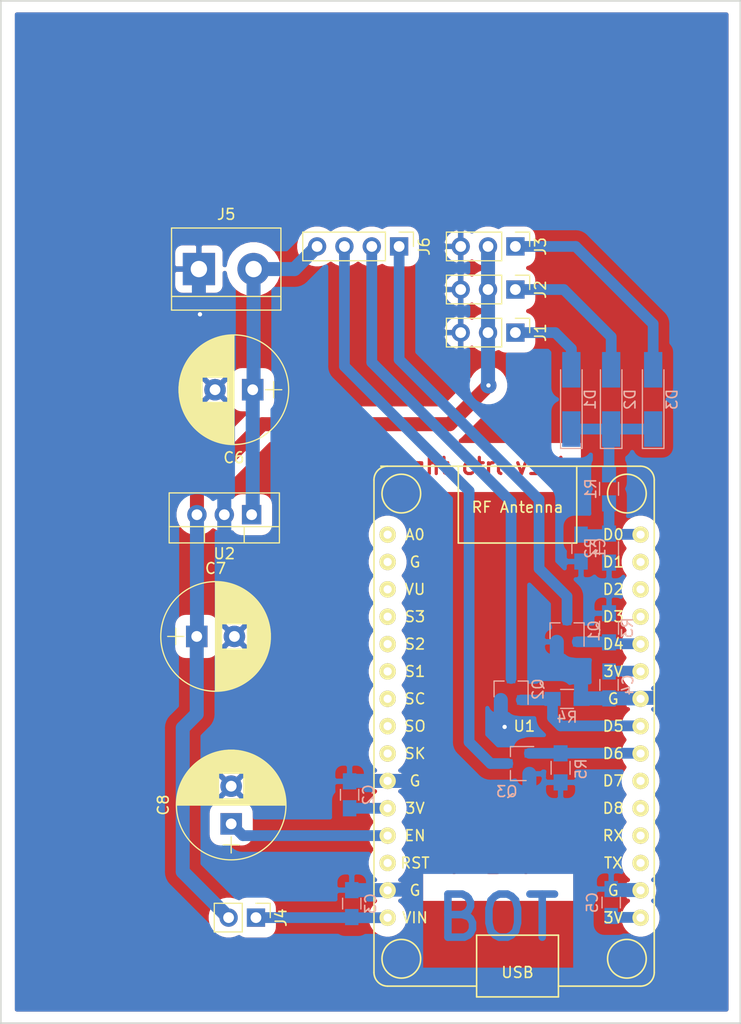
<source format=kicad_pcb>
(kicad_pcb (version 20171130) (host pcbnew "(5.1.9)-1")
  (title_block (title "LED unterm Bett - Low Light Control Module") (date 2020-12-12) (rev v1r1))
  (layers (0 Front signal) (31 Back signal) (34 B.Paste user) (35 F.Paste user) (36 B.SilkS user) (37 F.SilkS user) (38 B.Mask user) (39 F.Mask user) (44 Edge.Cuts user))
  (net 0 "")
  (net 1 GND)
  (net 2 "Net-(C1-Pad2)")
  (net 3 "Net-(C2-Pad1)")
  (net 4 "Net-(C3-Pad1)")
  (net 5 "Net-(C4-Pad2)")
  (net 6 "Net-(C5-Pad2)")
  (net 7 +12V)
  (net 8 +5V)
  (net 9 "Net-(C8-Pad1)")
  (net 10 "Net-(D1-Pad1)")
  (net 11 "Net-(D1-Pad2)")
  (net 12 "Net-(D2-Pad2)")
  (net 13 "Net-(D3-Pad2)")
  (net 14 "Net-(J6-Pad2)")
  (net 15 "Net-(J6-Pad3)")
  (net 16 "Net-(Q1-Pad1)")
  (net 17 "Net-(Q2-Pad1)")
  (net 18 "Net-(Q3-Pad1)")
  (net 19 "Net-(J6-Pad1)")
  (module Diodes_SMD:D_MiniMELF_Handsoldering (layer Back) (at 166.7 78.7 90)
    (fp_text reference D3 (at 0 1.75 90) (layer B.SilkS) (effects (justify mirror)))
    (fp_text value D)
    (pad 1 smd rect (at -2.75 0 90) (size 3.3 1.7) (layers Back B.Paste B.Mask) (net 10 "Net-(D1-Pad1)"))
    (pad 2 smd rect (at 2.75 0 90) (size 3.3 1.7) (layers Back B.Paste B.Mask) (net 13 "Net-(D3-Pad2)"))
  )
  (module Diodes_SMD:D_MiniMELF_Handsoldering (layer Back) (at 162.8 78.7 90)
    (fp_text reference D2 (at 0 1.75 90) (layer B.SilkS) (effects (justify mirror)))
    (fp_text value D)
    (pad 1 smd rect (at -2.75 0 90) (size 3.3 1.7) (layers Back B.Paste B.Mask) (net 10 "Net-(D1-Pad1)"))
    (pad 2 smd rect (at 2.75 0 90) (size 3.3 1.7) (layers Back B.Paste B.Mask) (net 12 "Net-(D2-Pad2)"))
  )
  (module Diodes_SMD:D_MiniMELF_Handsoldering (layer Back) (at 159.1 78.7 90)
    (fp_text reference D1 (at 0 1.75 90) (layer B.SilkS) (effects (justify mirror)))
    (fp_text value D)
    (pad 1 smd rect (at -2.75 0 90) (size 3.3 1.7) (layers Back B.Paste B.Mask) (net 10 "Net-(D1-Pad1)"))
    (pad 2 smd rect (at 2.75 0 90) (size 3.3 1.7) (layers Back B.Paste B.Mask) (net 11 "Net-(D1-Pad2)"))
  )
  (module Capacitors_SMD:C_0805_HandSoldering (layer Back) (at 160 92.5 90)
    (fp_text reference C1 (at 0 1.75 90) (layer B.SilkS) (effects (justify mirror)))
    (fp_text value 100n)
    (pad 1 smd rect (at -1.25 0 90) (size 1.5 1.25) (layers Back B.Paste B.Mask) (net 1 GND))
    (pad 2 smd rect (at 1.25 0 90) (size 1.5 1.25) (layers Back B.Paste B.Mask) (net 2 "Net-(C1-Pad2)"))
  )
  (module Capacitors_SMD:C_0805_HandSoldering (layer Back) (at 138.5 115.4 90)
    (fp_text reference C2 (at 0 1.75 90) (layer B.SilkS) (effects (justify mirror)))
    (fp_text value 100n)
    (pad 1 smd rect (at -1.25 0 90) (size 1.5 1.25) (layers Back B.Paste B.Mask) (net 3 "Net-(C2-Pad1)"))
    (pad 2 smd rect (at 1.25 0 90) (size 1.5 1.25) (layers Back B.Paste B.Mask) (net 1 GND))
  )
  (module Capacitors_SMD:C_0805_HandSoldering (layer Back) (at 138.7 125.5 90)
    (fp_text reference C3 (at 0 1.75 90) (layer B.SilkS) (effects (justify mirror)))
    (fp_text value 100n)
    (pad 1 smd rect (at -1.25 0 90) (size 1.5 1.25) (layers Back B.Paste B.Mask) (net 4 "Net-(C3-Pad1)"))
    (pad 2 smd rect (at 1.25 0 90) (size 1.5 1.25) (layers Back B.Paste B.Mask) (net 1 GND))
  )
  (module Capacitors_SMD:C_0805_HandSoldering (layer Back) (at 162.6 105.2 90)
    (fp_text reference C4 (at 0 1.75 90) (layer B.SilkS) (effects (justify mirror)))
    (fp_text value 100n)
    (pad 1 smd rect (at -1.25 0 90) (size 1.5 1.25) (layers Back B.Paste B.Mask) (net 1 GND))
    (pad 2 smd rect (at 1.25 0 90) (size 1.5 1.25) (layers Back B.Paste B.Mask) (net 5 "Net-(C4-Pad2)"))
  )
  (module Capacitors_SMD:C_0805_HandSoldering (layer Back) (at 162.8 125.4 270)
    (fp_text reference C5 (at 0 1.75 270) (layer B.SilkS) (effects (justify mirror)))
    (fp_text value 100n)
    (pad 1 smd rect (at -1.25 0 270) (size 1.5 1.25) (layers Back B.Paste B.Mask) (net 1 GND))
    (pad 2 smd rect (at 1.25 0 270) (size 1.5 1.25) (layers Back B.Paste B.Mask) (net 6 "Net-(C5-Pad2)"))
  )
  (module Capacitors_THT:CP_Radial_D10.0mm_P3.50mm (layer Front) (at 129.5 77.8 180)
    (fp_text reference C6 (at 1.75 -6.31 180) (layer F.SilkS))
    (fp_text value 10u)
    (pad 1 thru_hole rect (at 0 0 180) (size 2 2) (drill 1) (layers *.Cu *.Mask) (net 7 +12V))
    (pad 2 thru_hole circle (at 3.5 0 180) (size 2 2) (drill 1) (layers *.Cu *.Mask) (net 1 GND))
  )
  (module Capacitors_THT:CP_Radial_D10.0mm_P3.50mm (layer Front) (at 124.3 100.7)
    (fp_text reference C7 (at 1.75 -6.31) (layer F.SilkS))
    (fp_text value 10u)
    (pad 1 thru_hole rect (at 0 0) (size 2 2) (drill 1) (layers *.Cu *.Mask) (net 8 +5V))
    (pad 2 thru_hole circle (at 3.5 0) (size 2 2) (drill 1) (layers *.Cu *.Mask) (net 1 GND))
  )
  (module Capacitors_THT:CP_Radial_D10.0mm_P3.50mm (layer Front) (at 127.5 118.1 90)
    (fp_text reference C8 (at 1.75 -6.31 90) (layer F.SilkS))
    (fp_text value 1u)
    (pad 1 thru_hole rect (at 0 0 90) (size 2 2) (drill 1) (layers *.Cu *.Mask) (net 9 "Net-(C8-Pad1)"))
    (pad 2 thru_hole circle (at 3.5 0 90) (size 2 2) (drill 1) (layers *.Cu *.Mask) (net 1 GND))
  )
  (module TerminalBlock:TerminalBlock_bornier-2_P5.08mm (layer Front) (at 124.5 66.6)
    (fp_text reference J5 (at 2.54 -5.08) (layer F.SilkS))
    (fp_text value Screw_Terminal_01x02)
    (pad 1 thru_hole rect (at 0 0) (size 3 3) (drill 1.52) (layers *.Cu *.Mask) (net 1 GND))
    (pad 2 thru_hole circle (at 5.08 0) (size 3 3) (drill 1.52) (layers *.Cu *.Mask) (net 7 +12V))
  )
  (module TO_SOT_Packages_SMD:SOT-23 (layer Back) (at 158.7 100.2 90)
    (fp_text reference Q1 (at 0 2.5 90) (layer B.SilkS) (effects (justify mirror)))
    (fp_text value BSS138)
    (pad 1 smd rect (at -1 0.95 90) (size 0.9 0.8) (layers Back B.Paste B.Mask) (net 16 "Net-(Q1-Pad1)"))
    (pad 2 smd rect (at -1 -0.95 90) (size 0.9 0.8) (layers Back B.Paste B.Mask) (net 1 GND))
    (pad 3 smd rect (at 1 0 90) (size 0.9 0.8) (layers Back B.Paste B.Mask) (net 19 "Net-(J6-Pad1)"))
  )
  (module TO_SOT_Packages_SMD:SOT-23 (layer Back) (at 153.5 105.6 90)
    (fp_text reference Q2 (at 0 2.5 90) (layer B.SilkS) (effects (justify mirror)))
    (fp_text value BSS138)
    (pad 1 smd rect (at -1 0.95 90) (size 0.9 0.8) (layers Back B.Paste B.Mask) (net 17 "Net-(Q2-Pad1)"))
    (pad 2 smd rect (at -1 -0.95 90) (size 0.9 0.8) (layers Back B.Paste B.Mask) (net 1 GND))
    (pad 3 smd rect (at 1 0 90) (size 0.9 0.8) (layers Back B.Paste B.Mask) (net 14 "Net-(J6-Pad2)"))
  )
  (module TO_SOT_Packages_SMD:SOT-23 (layer Back) (at 154.2 112.5 180)
    (fp_text reference Q3 (at 1.1 -2.6 180) (layer B.SilkS) (effects (justify mirror)))
    (fp_text value BSS138)
    (pad 1 smd rect (at -1 0.95 180) (size 0.9 0.8) (layers Back B.Paste B.Mask) (net 18 "Net-(Q3-Pad1)"))
    (pad 2 smd rect (at -1 -0.95 180) (size 0.9 0.8) (layers Back B.Paste B.Mask) (net 1 GND))
    (pad 3 smd rect (at 1 0 180) (size 0.9 0.8) (layers Back B.Paste B.Mask) (net 15 "Net-(J6-Pad3)"))
  )
  (module Resistors_SMD:R_0805_HandSoldering (layer Back) (at 162.6 87 270)
    (fp_text reference R1 (at 0 1.7 270) (layer B.SilkS) (effects (justify mirror)))
    (fp_text value 11k)
    (pad 1 smd rect (at -1.35 0 270) (size 1.5 1.3) (layers Back B.Paste B.Mask) (net 10 "Net-(D1-Pad1)"))
    (pad 2 smd rect (at 1.35 0 270) (size 1.5 1.3) (layers Back B.Paste B.Mask) (net 2 "Net-(C1-Pad2)"))
  )
  (module Resistors_SMD:R_0805_HandSoldering (layer Back) (at 162.6 92.5 270)
    (fp_text reference R2 (at 0 1.7 270) (layer B.SilkS) (effects (justify mirror)))
    (fp_text value 33k)
    (pad 1 smd rect (at -1.35 0 270) (size 1.5 1.3) (layers Back B.Paste B.Mask) (net 2 "Net-(C1-Pad2)"))
    (pad 2 smd rect (at 1.35 0 270) (size 1.5 1.3) (layers Back B.Paste B.Mask) (net 1 GND))
  )
  (module Resistors_SMD:R_0805_HandSoldering (layer Back) (at 162.6 99.9 90)
    (fp_text reference R3 (at 0 1.7 90) (layer B.SilkS) (effects (justify mirror)))
    (fp_text value 100k)
    (pad 1 smd rect (at -1.35 0 90) (size 1.5 1.3) (layers Back B.Paste B.Mask) (net 16 "Net-(Q1-Pad1)"))
    (pad 2 smd rect (at 1.35 0 90) (size 1.5 1.3) (layers Back B.Paste B.Mask) (net 1 GND))
  )
  (module Resistors_SMD:R_0805_HandSoldering (layer Back) (at 158.7 106.5)
    (fp_text reference R4 (at 0 1.7) (layer B.SilkS) (effects (justify mirror)))
    (fp_text value 100k)
    (pad 1 smd rect (at -1.35 0) (size 1.5 1.3) (layers Back B.Paste B.Mask) (net 17 "Net-(Q2-Pad1)"))
    (pad 2 smd rect (at 1.35 0) (size 1.5 1.3) (layers Back B.Paste B.Mask) (net 1 GND))
  )
  (module Resistors_SMD:R_0805_HandSoldering (layer Back) (at 158.1 112.9 270)
    (fp_text reference R5 (at 0.1 -1.9 270) (layer B.SilkS) (effects (justify mirror)))
    (fp_text value 100k)
    (pad 1 smd rect (at -1.35 0 270) (size 1.5 1.3) (layers Back B.Paste B.Mask) (net 18 "Net-(Q3-Pad1)"))
    (pad 2 smd rect (at 1.35 0 270) (size 1.5 1.3) (layers Back B.Paste B.Mask) (net 1 GND))
  )
  (module TO_SOT_Packages_THT:TO-220-3_Vertical (layer Front) (at 129.4 89.4 180)
    (fp_text reference U2 (at 2.54 -3.62 180) (layer F.SilkS))
    (fp_text value LM7805_TO220)
    (pad 1 thru_hole rect (at 0 0 180) (size 1.8 1.8) (drill 1) (layers *.Cu *.Mask) (net 7 +12V))
    (pad 2 thru_hole oval (at 2.54 0 180) (size 1.8 1.8) (drill 1) (layers *.Cu *.Mask) (net 1 GND))
    (pad 3 thru_hole oval (at 5.08 0 180) (size 1.8 1.8) (drill 1) (layers *.Cu *.Mask) (net 8 +5V))
  )
  (module Pin_Headers:Pin_Header_Straight_1x03_Pitch2.54mm (layer Front) (at 153.9 72.5 270)
    (fp_text reference J1 (at 0 -2.33 270) (layer F.SilkS))
    (fp_text value Conn_01x03)
    (pad 1 thru_hole rect (at 0 0 270) (size 1.7 1.7) (drill 1) (layers *.Cu *.Mask) (net 11 "Net-(D1-Pad2)"))
    (pad 2 thru_hole oval (at 0 2.54 270) (size 1.7 1.7) (drill 1) (layers *.Cu *.Mask) (net 8 +5V))
    (pad 3 thru_hole oval (at 0 5.08 270) (size 1.7 1.7) (drill 1) (layers *.Cu *.Mask) (net 1 GND))
  )
  (module Pin_Headers:Pin_Header_Straight_1x03_Pitch2.54mm (layer Front) (at 153.9 68.5 270)
    (fp_text reference J2 (at 0 -2.33 270) (layer F.SilkS))
    (fp_text value Conn_01x03)
    (pad 1 thru_hole rect (at 0 0 270) (size 1.7 1.7) (drill 1) (layers *.Cu *.Mask) (net 12 "Net-(D2-Pad2)"))
    (pad 2 thru_hole oval (at 0 2.54 270) (size 1.7 1.7) (drill 1) (layers *.Cu *.Mask) (net 8 +5V))
    (pad 3 thru_hole oval (at 0 5.08 270) (size 1.7 1.7) (drill 1) (layers *.Cu *.Mask) (net 1 GND))
  )
  (module Pin_Headers:Pin_Header_Straight_1x03_Pitch2.54mm (layer Front) (at 153.9 64.5 270)
    (fp_text reference J3 (at 0 -2.33 270) (layer F.SilkS))
    (fp_text value Conn_01x03)
    (pad 1 thru_hole rect (at 0 0 270) (size 1.7 1.7) (drill 1) (layers *.Cu *.Mask) (net 13 "Net-(D3-Pad2)"))
    (pad 2 thru_hole oval (at 0 2.54 270) (size 1.7 1.7) (drill 1) (layers *.Cu *.Mask) (net 8 +5V))
    (pad 3 thru_hole oval (at 0 5.08 270) (size 1.7 1.7) (drill 1) (layers *.Cu *.Mask) (net 1 GND))
  )
  (module Pin_Headers:Pin_Header_Straight_1x02_Pitch2.54mm (layer Front) (at 129.8 126.8 270)
    (fp_text reference J4 (at 0 -2.33 270) (layer F.SilkS))
    (fp_text value Conn_01x02)
    (pad 1 thru_hole rect (at 0 0 270) (size 1.7 1.7) (drill 1) (layers *.Cu *.Mask) (net 4 "Net-(C3-Pad1)"))
    (pad 2 thru_hole oval (at 0 2.54 270) (size 1.7 1.7) (drill 1) (layers *.Cu *.Mask) (net 8 +5V))
  )
  (module Pin_Headers:Pin_Header_Straight_1x04_Pitch2.54mm (layer Front) (at 143.1 64.5 270)
    (fp_text reference J6 (at 0 -2.33 270) (layer F.SilkS))
    (fp_text value Conn_01x04)
    (pad 1 thru_hole rect (at 0 0 270) (size 1.7 1.7) (drill 1) (layers *.Cu *.Mask) (net 19 "Net-(J6-Pad1)"))
    (pad 2 thru_hole oval (at 0 2.54 270) (size 1.7 1.7) (drill 1) (layers *.Cu *.Mask) (net 14 "Net-(J6-Pad2)"))
    (pad 3 thru_hole oval (at 0 5.08 270) (size 1.7 1.7) (drill 1) (layers *.Cu *.Mask) (net 15 "Net-(J6-Pad3)"))
    (pad 4 thru_hole oval (at 0 7.62 270) (size 1.7 1.7) (drill 1) (layers *.Cu *.Mask) (net 7 +12V))
  )
  (module ESP8266:ESP12F-Devkit-V3 (layer Front) (at 154.1 110.3)
    (fp_text reference U1 (at 0.635 -1.27) (layer F.SilkS))
    (fp_text value "NodeMCU1.0(ESP-12E)")
    (fp_text user USB (at 0 21.59) (layer F.SilkS))
    (fp_text user "RF Antenna" (at 0 -21.59) (layer F.SilkS))
    (fp_text user VIN (at -9.525 16.51) (layer F.SilkS))
    (fp_text user G (at -9.525 13.97) (layer F.SilkS))
    (fp_text user RST (at -9.525 11.43) (layer F.SilkS))
    (fp_text user EN (at -9.525 8.89) (layer F.SilkS))
    (fp_text user 3V (at -9.525 6.35) (layer F.SilkS))
    (fp_text user G (at -9.525 3.81) (layer F.SilkS))
    (fp_text user SK (at -9.525 1.27) (layer F.SilkS))
    (fp_text user SO (at -9.525 -1.27) (layer F.SilkS))
    (fp_text user SC (at -9.525 -3.81) (layer F.SilkS))
    (fp_text user S1 (at -9.525 -6.35) (layer F.SilkS))
    (fp_text user S2 (at -9.525 -8.89) (layer F.SilkS))
    (fp_text user S3 (at -9.525 -11.43) (layer F.SilkS))
    (fp_text user VU (at -9.525 -13.97) (layer F.SilkS))
    (fp_text user G (at -9.525 -16.51) (layer F.SilkS))
    (fp_text user A0 (at -9.525 -19.05) (layer F.SilkS))
    (fp_text user 3V (at 8.89 16.51) (layer F.SilkS))
    (fp_text user G (at 8.89 13.97) (layer F.SilkS))
    (fp_text user TX (at 8.89 11.43) (layer F.SilkS))
    (fp_text user RX (at 8.89 8.89) (layer F.SilkS))
    (fp_text user D8 (at 8.89 6.35) (layer F.SilkS))
    (fp_text user D7 (at 8.89 3.81) (layer F.SilkS))
    (fp_text user D6 (at 8.89 1.27) (layer F.SilkS))
    (fp_text user D5 (at 8.89 -1.27) (layer F.SilkS))
    (fp_text user G (at 8.89 -3.81) (layer F.SilkS))
    (fp_text user 3V (at 8.89 -6.35) (layer F.SilkS))
    (fp_text user D4 (at 8.89 -8.89) (layer F.SilkS))
    (fp_text user D3 (at 8.89 -11.43) (layer F.SilkS))
    (fp_text user D2 (at 8.89 -13.97) (layer F.SilkS))
    (fp_text user D1 (at 8.89 -16.51) (layer F.SilkS))
    (fp_text user D0 (at 8.89 -19.05) (layer F.SilkS))
    (pad 1 thru_hole circle (at -12.065 -19.05) (size 1.524 1.524) (drill 0.762) (layers *.Cu *.Mask F.SilkS))
    (pad 2 thru_hole circle (at -12.065 -16.51) (size 1.524 1.524) (drill 0.762) (layers *.Cu *.Mask F.SilkS))
    (pad 3 thru_hole circle (at -12.065 -13.97) (size 1.524 1.524) (drill 0.762) (layers *.Cu *.Mask F.SilkS))
    (pad 4 thru_hole circle (at -12.065 -11.43) (size 1.524 1.524) (drill 0.762) (layers *.Cu *.Mask F.SilkS))
    (pad 5 thru_hole circle (at -12.065 -8.89) (size 1.524 1.524) (drill 0.762) (layers *.Cu *.Mask F.SilkS))
    (pad 6 thru_hole circle (at -12.065 -6.35) (size 1.524 1.524) (drill 0.762) (layers *.Cu *.Mask F.SilkS))
    (pad 7 thru_hole circle (at -12.065 -3.81) (size 1.524 1.524) (drill 0.762) (layers *.Cu *.Mask F.SilkS))
    (pad 8 thru_hole circle (at -12.065 -1.27) (size 1.524 1.524) (drill 0.762) (layers *.Cu *.Mask F.SilkS))
    (pad 9 thru_hole circle (at -12.065 1.27) (size 1.524 1.524) (drill 0.762) (layers *.Cu *.Mask F.SilkS))
    (pad 10 thru_hole circle (at -12.065 3.81) (size 1.524 1.524) (drill 0.762) (layers *.Cu *.Mask F.SilkS) (net 1 GND))
    (pad 11 thru_hole circle (at -12.065 6.35) (size 1.524 1.524) (drill 0.762) (layers *.Cu *.Mask F.SilkS) (net 3 "Net-(C2-Pad1)"))
    (pad 12 thru_hole circle (at -12.065 8.89) (size 1.524 1.524) (drill 0.762) (layers *.Cu *.Mask F.SilkS) (net 9 "Net-(C8-Pad1)"))
    (pad 13 thru_hole circle (at -12.065 11.43) (size 1.524 1.524) (drill 0.762) (layers *.Cu *.Mask F.SilkS))
    (pad 14 thru_hole circle (at -12.065 13.97) (size 1.524 1.524) (drill 0.762) (layers *.Cu *.Mask F.SilkS) (net 1 GND))
    (pad 15 thru_hole circle (at -12.065 16.51) (size 1.524 1.524) (drill 0.762) (layers *.Cu *.Mask F.SilkS) (net 4 "Net-(C3-Pad1)"))
    (pad 16 thru_hole circle (at 11.43 16.51) (size 1.524 1.524) (drill 0.762) (layers *.Cu *.Mask F.SilkS) (net 6 "Net-(C5-Pad2)"))
    (pad 17 thru_hole circle (at 11.43 13.97) (size 1.524 1.524) (drill 0.762) (layers *.Cu *.Mask F.SilkS) (net 1 GND))
    (pad 18 thru_hole circle (at 11.43 11.43) (size 1.524 1.524) (drill 0.762) (layers *.Cu *.Mask F.SilkS))
    (pad 19 thru_hole circle (at 11.43 8.89) (size 1.524 1.524) (drill 0.762) (layers *.Cu *.Mask F.SilkS))
    (pad 20 thru_hole circle (at 11.43 6.35) (size 1.524 1.524) (drill 0.762) (layers *.Cu *.Mask F.SilkS))
    (pad 21 thru_hole circle (at 11.43 3.81) (size 1.524 1.524) (drill 0.762) (layers *.Cu *.Mask F.SilkS))
    (pad 22 thru_hole circle (at 11.43 1.27) (size 1.524 1.524) (drill 0.762) (layers *.Cu *.Mask F.SilkS) (net 18 "Net-(Q3-Pad1)"))
    (pad 23 thru_hole circle (at 11.43 -1.27) (size 1.524 1.524) (drill 0.762) (layers *.Cu *.Mask F.SilkS) (net 17 "Net-(Q2-Pad1)"))
    (pad 24 thru_hole circle (at 11.43 -3.81) (size 1.524 1.524) (drill 0.762) (layers *.Cu *.Mask F.SilkS) (net 1 GND))
    (pad 25 thru_hole circle (at 11.43 -6.35) (size 1.524 1.524) (drill 0.762) (layers *.Cu *.Mask F.SilkS) (net 5 "Net-(C4-Pad2)"))
    (pad 26 thru_hole circle (at 11.43 -8.89) (size 1.524 1.524) (drill 0.762) (layers *.Cu *.Mask F.SilkS) (net 16 "Net-(Q1-Pad1)"))
    (pad 27 thru_hole circle (at 11.43 -11.43) (size 1.524 1.524) (drill 0.762) (layers *.Cu *.Mask F.SilkS))
    (pad 28 thru_hole circle (at 11.43 -13.97) (size 1.524 1.524) (drill 0.762) (layers *.Cu *.Mask F.SilkS))
    (pad 29 thru_hole circle (at 11.43 -16.51) (size 1.524 1.524) (drill 0.762) (layers *.Cu *.Mask F.SilkS))
    (pad 30 thru_hole circle (at 11.43 -19.05) (size 1.524 1.524) (drill 0.762) (layers *.Cu *.Mask F.SilkS) (net 2 "Net-(C1-Pad2)"))
  )
  (gr_text "LED lowlight ctrl v1r1" (at 146.3 84.9) (layer Front) (effects (font (size 1.5 1.5) (thickness 0.3))))
  (gr_text BOT (at 152.3 126.8) (layer Back) (effects (font (size 4 4) (thickness 0.7))))
  (gr_text TOP (at 152.3 120.6) (layer Front) (effects (font (size 4 4) (thickness 0.7))))
  (gr_line (start 174.8 136.6) (end 106.1 136.6) (angle 90) (layer Edge.Cuts) (width 0.15))
  (gr_line (start 174.8 41.7) (end 174.8 136.6) (angle 90) (layer Edge.Cuts) (width 0.15))
  (gr_line (start 106.1 41.7) (end 174.8 41.7) (angle 90) (layer Edge.Cuts) (width 0.15))
  (gr_line (start 106.1 136.6) (end 106.1 41.7) (angle 90) (layer Edge.Cuts) (width 0.15))
  (segment (start 138.7 124.25) (end 142.015 124.25) (width 1.3) (layer Back) (net 1))
  (segment (start 142.015 124.25) (end 142.065 124.2) (width 1.3) (layer Back) (net 1))
  (segment (start 142.065 124.2) (end 144.4 124.2) (width 1.3) (layer Back) (net 1))
  (segment (start 142.035 114.11) (end 144.99 114.11) (width 1.3) (layer Back) (net 1))
  (segment (start 144.99 114.11) (end 145 114.1) (width 1.3) (layer Back) (net 1))
  (segment (start 142.035 114.11) (end 138.54 114.11) (width 1.3) (layer Back) (net 1))
  (segment (start 138.54 114.11) (end 138.5 114.15) (width 1.3) (layer Back) (net 1))
  (segment (start 124.5 66.6) (end 124.5 70.7) (width 1.3) (layer Back) (net 1))
  (segment (start 124.5 70.7) (end 124.6 70.8) (width 1.3) (layer Back) (net 1))
  (via (at 124.6 70.8) (size 1.5) (drill 0.4) (layers Front Back) (net 1))
  (segment (start 124.6 70.8) (end 124.5 70.7) (width 1.3) (layer Front) (net 1))
  (segment (start 124.5 70.7) (end 125 71.2) (width 1.3) (layer Front) (net 1))
  (segment (start 126.86 89.4) (end 126.86 86.84) (width 1.3) (layer Back) (net 1))
  (segment (start 126.86 86.84) (end 126.9 86.8) (width 1.3) (layer Back) (net 1))
  (segment (start 126.86 89.4) (end 126.86 92.16) (width 1.3) (layer Back) (net 1))
  (segment (start 126.86 92.16) (end 126.9 92.2) (width 1.3) (layer Back) (net 1))
  (segment (start 155.2 113.45) (end 155.2 115.6) (width 1.3) (layer Back) (net 1))
  (segment (start 152.55 106.6) (end 152.55 108.75) (width 1.3) (layer Back) (net 1))
  (via (at 152.9 109.1) (size 1.5) (drill 0.4) (layers Front Back) (net 1))
  (segment (start 152.9 109.1) (end 152.9 109.2) (width 1.3) (layer Front) (net 1))
  (segment (start 152.55 108.75) (end 152.9 109.1) (width 1.3) (layer Back) (net 1))
  (segment (start 157.75 101.2) (end 157.75 103.25) (width 1.3) (layer Back) (net 1))
  (segment (start 157.75 103.25) (end 157.8 103.3) (width 1.3) (layer Back) (net 1))
  (segment (start 162.6 106.45) (end 160.1 106.45) (width 1.3) (layer Back) (net 1))
  (segment (start 160.1 106.45) (end 160 106.35) (width 1.3) (layer Back) (net 1))
  (segment (start 160 106.35) (end 160 104.1) (width 1.3) (layer Back) (net 1))
  (segment (start 162.6 106.45) (end 165.36 106.45) (width 1.3) (layer Back) (net 1))
  (segment (start 165.36 106.45) (end 165.41 106.4) (width 1.3) (layer Back) (net 1))
  (segment (start 165.41 106.4) (end 168.3 106.4) (width 1.3) (layer Back) (net 1))
  (segment (start 165.37 124.24) (end 162.89 124.24) (width 1.3) (layer Back) (net 1))
  (segment (start 162.89 124.24) (end 162.8 124.15) (width 1.3) (layer Back) (net 1))
  (segment (start 162.6 91.15) (end 162.6 88.35) (width 1) (layer Back) (net 2))
  (segment (start 165.37 91.22) (end 162.67 91.22) (width 1) (layer Back) (net 2))
  (segment (start 162.67 91.22) (end 162.64 91.25) (width 1) (layer Back) (net 2))
  (segment (start 162.64 91.25) (end 160 91.25) (width 1) (layer Back) (net 2))
  (segment (start 138.5 116.65) (end 142.035 116.65) (width 1) (layer Back) (net 3))
  (segment (start 129.8 126.8) (end 138.65 126.8) (width 1) (layer Back) (net 4))
  (segment (start 138.65 126.8) (end 138.66 126.81) (width 1) (layer Back) (net 4))
  (segment (start 138.66 126.81) (end 142.035 126.81) (width 1) (layer Back) (net 4))
  (segment (start 165.37 103.92) (end 162.63 103.92) (width 1) (layer Back) (net 5))
  (segment (start 162.63 103.92) (end 162.6 103.95) (width 1) (layer Back) (net 5))
  (segment (start 165.37 126.78) (end 162.93 126.78) (width 1) (layer Back) (net 6))
  (segment (start 162.93 126.78) (end 162.8 126.65) (width 1) (layer Back) (net 6))
  (segment (start 129.5 77.8) (end 129.5 89.3) (width 1.3) (layer Back) (net 7))
  (segment (start 129.5 89.3) (end 129.4 89.4) (width 1.3) (layer Back) (net 7))
  (segment (start 129.58 66.6) (end 129.58 77.72) (width 1.3) (layer Back) (net 7))
  (segment (start 129.58 77.72) (end 129.5 77.8) (width 1.3) (layer Back) (net 7))
  (segment (start 129.58 66.6) (end 133.38 66.6) (width 1.3) (layer Back) (net 7))
  (segment (start 133.38 66.6) (end 135.48 64.5) (width 1.3) (layer Back) (net 7))
  (segment (start 124.32 89.4) (end 124.32 87.08) (width 1.3) (layer Front) (net 8))
  (segment (start 151.36 77.36) (end 151.36 72.5) (width 1.3) (layer Back) (net 8))
  (segment (start 151.4 77.4) (end 151.36 77.36) (width 1.3) (layer Back) (net 8))
  (via (at 151.4 77.4) (size 1.5) (drill 0.4) (layers Front Back) (net 8))
  (segment (start 147.8 81) (end 151.4 77.4) (width 1.3) (layer Front) (net 8))
  (segment (start 130.4 81) (end 147.8 81) (width 1.3) (layer Front) (net 8))
  (segment (start 124.32 87.08) (end 130.4 81) (width 1.3) (layer Front) (net 8))
  (segment (start 124.32 89.4) (end 124.32 100.68) (width 1.3) (layer Back) (net 8))
  (segment (start 124.32 100.68) (end 124.3 100.7) (width 1.3) (layer Back) (net 8))
  (segment (start 124.3 100.7) (end 124.3 107.9) (width 1.3) (layer Back) (net 8))
  (segment (start 124.3 107.9) (end 123 109.2) (width 1.3) (layer Back) (net 8))
  (segment (start 123 109.2) (end 123 122.54) (width 1.3) (layer Back) (net 8))
  (segment (start 123 122.54) (end 127.26 126.8) (width 1.3) (layer Back) (net 8))
  (segment (start 151.36 64.5) (end 151.36 68.5) (width 1.3) (layer Back) (net 8))
  (segment (start 151.36 68.5) (end 151.36 72.5) (width 1.3) (layer Back) (net 8))
  (segment (start 142.035 119.19) (end 128.59 119.19) (width 1) (layer Back) (net 9))
  (segment (start 128.59 119.19) (end 127.5 118.1) (width 1) (layer Back) (net 9))
  (segment (start 162.6 85.65) (end 162.6 81.65) (width 1) (layer Back) (net 10))
  (segment (start 162.6 81.65) (end 162.8 81.45) (width 1) (layer Back) (net 10))
  (segment (start 159.1 81.45) (end 162.8 81.45) (width 1) (layer Back) (net 10))
  (segment (start 162.8 81.45) (end 166.7 81.45) (width 1) (layer Back) (net 10))
  (segment (start 159.1 75.95) (end 159.1 74) (width 1) (layer Back) (net 11))
  (segment (start 157.6 72.5) (end 153.9 72.5) (width 1) (layer Back) (net 11))
  (segment (start 159.1 74) (end 157.6 72.5) (width 1) (layer Back) (net 11))
  (segment (start 162.8 75.95) (end 162.8 72.9) (width 1) (layer Back) (net 12))
  (segment (start 158.4 68.5) (end 153.9 68.5) (width 1) (layer Back) (net 12))
  (segment (start 162.8 72.9) (end 158.4 68.5) (width 1) (layer Back) (net 12))
  (segment (start 166.7 75.95) (end 166.7 71.7) (width 1) (layer Back) (net 13))
  (segment (start 159.5 64.5) (end 153.9 64.5) (width 1) (layer Back) (net 13))
  (segment (start 166.7 71.7) (end 159.5 64.5) (width 1) (layer Back) (net 13))
  (segment (start 140.56 64.5) (end 140.56 75.26) (width 1) (layer Back) (net 14))
  (segment (start 153.5 88.2) (end 153.5 104.6) (width 1) (layer Back) (net 14))
  (segment (start 140.56 75.26) (end 153.5 88.2) (width 1) (layer Back) (net 14))
  (segment (start 138.02 64.5) (end 138.02 75.62) (width 1) (layer Back) (net 15))
  (segment (start 151.6 112.5) (end 153.2 112.5) (width 1) (layer Back) (net 15))
  (segment (start 149.6 110.5) (end 151.6 112.5) (width 1) (layer Back) (net 15))
  (segment (start 149.6 87.2) (end 149.6 110.5) (width 1) (layer Back) (net 15))
  (segment (start 138.02 75.62) (end 149.6 87.2) (width 1) (layer Back) (net 15))
  (segment (start 165.37 101.38) (end 162.73 101.38) (width 1) (layer Back) (net 16))
  (segment (start 162.73 101.38) (end 162.55 101.2) (width 1) (layer Back) (net 16))
  (segment (start 162.55 101.2) (end 159.65 101.2) (width 1) (layer Back) (net 16))
  (segment (start 165.37 109) (end 158.1 109) (width 1) (layer Back) (net 17))
  (segment (start 157.35 108.25) (end 157.35 106.5) (width 1) (layer Back) (net 17))
  (segment (start 158.1 109) (end 157.35 108.25) (width 1) (layer Back) (net 17))
  (segment (start 157.35 106.5) (end 157.25 106.6) (width 1) (layer Back) (net 17))
  (segment (start 157.25 106.6) (end 154.45 106.6) (width 1) (layer Back) (net 17))
  (segment (start 155.2 111.55) (end 158.1 111.55) (width 1) (layer Back) (net 18))
  (segment (start 165.37 111.54) (end 158.11 111.54) (width 1) (layer Back) (net 18))
  (segment (start 158.11 111.54) (end 158.1 111.55) (width 1) (layer Back) (net 18))
  (segment (start 143.1 64.5) (end 143.1 75) (width 1) (layer Back) (net 19))
  (segment (start 158.7 97) (end 158.7 99.2) (width 1) (layer Back) (net 19))
  (segment (start 156.1 94.4) (end 158.7 97) (width 1) (layer Back) (net 19))
  (segment (start 156.1 88) (end 156.1 94.4) (width 1) (layer Back) (net 19))
  (segment (start 143.1 75) (end 156.1 88) (width 1) (layer Back) (net 19))
  (zone (net 1) (net_name GND) (layer Front) (connect_pads (clearance 1)) (min_thickness 0.4) (fill yes (arc_segments 16) (thermal_gap 0.7) (thermal_bridge_width 0.5))
    (polygon (pts (xy 173.7 135.7) (xy 107.4 135.7) (xy 107.4 42.5) (xy 173.7 42.5)))
  )
  (zone (net 1) (net_name GND) (layer Back) (connect_pads (clearance 1)) (min_thickness 0.4) (fill yes (arc_segments 16) (thermal_gap 0.7) (thermal_bridge_width 0.5))
    (polygon (pts (xy 173.7 135.7) (xy 107.4 135.7) (xy 107.4 42.5) (xy 173.7 42.5)))
  )
)
</source>
